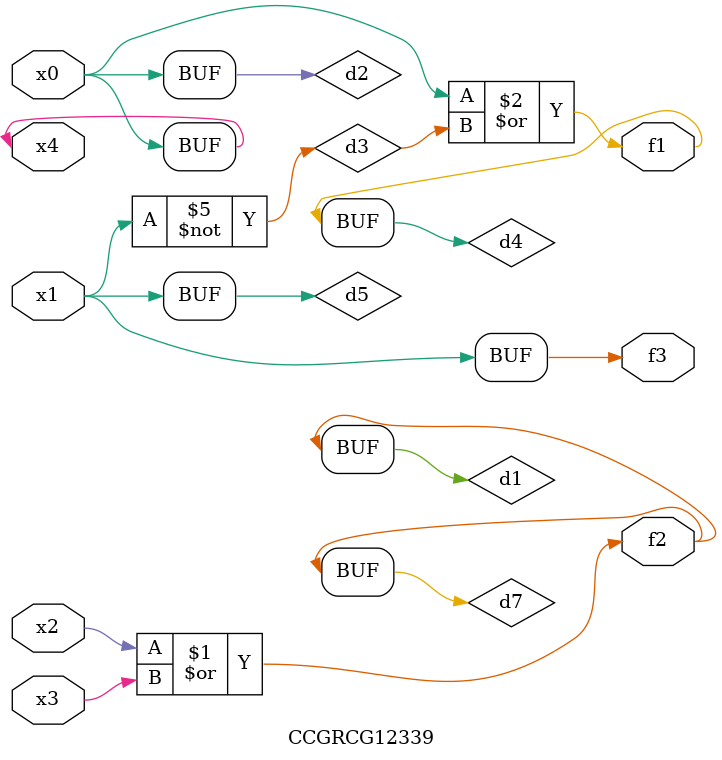
<source format=v>
module CCGRCG12339(
	input x0, x1, x2, x3, x4,
	output f1, f2, f3
);

	wire d1, d2, d3, d4, d5, d6, d7;

	or (d1, x2, x3);
	buf (d2, x0, x4);
	not (d3, x1);
	or (d4, d2, d3);
	not (d5, d3);
	nand (d6, d1, d3);
	or (d7, d1);
	assign f1 = d4;
	assign f2 = d7;
	assign f3 = d5;
endmodule

</source>
